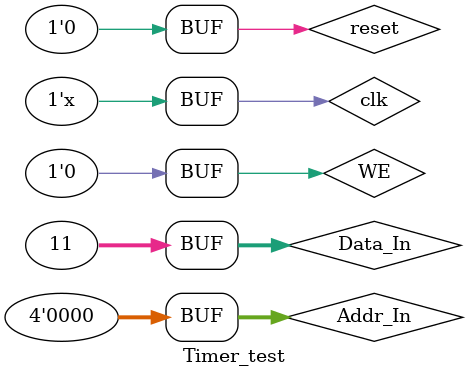
<source format=v>
`timescale 1ns / 1ps


module Timer_test;

	// Inputs
	reg clk;
	reg reset;
	reg [3:0] Addr_In;
	reg WE;
	reg [31:0] Data_In;

	// Outputs
	wire [31:0] Data_Out;
	wire IRQ;

	// Instantiate the Unit Under Test (UUT)
	Timer_Counter uut (
		.clk(clk), 
		.reset(reset), 
		.Addr_In(Addr_In), 
		.WE(WE), 
		.Data_In(Data_In), 
		.Data_Out(Data_Out), 
		.IRQ(IRQ)
	);

	initial begin
		// Initialize Inputs
		clk = 0;
		reset = 0;
		Addr_In = 4'h4;
		WE = 1;
		Data_In = 32'd5;
	#10;
		Addr_In = 4'h0;
		WE = 1;
		Data_In = 32'b1001;
	#10;
		WE = 0;
	#80;
		Addr_In = 4'h0;
		WE = 1;
		Data_In = 32'b1010;
	#10;
		WE = 0;
	#80;
		Addr_In = 4'h0;
		WE = 1;
		Data_In = 32'b1011;      
	#10;
		WE = 0;
	end
      always #5 clk=~clk;
endmodule


</source>
